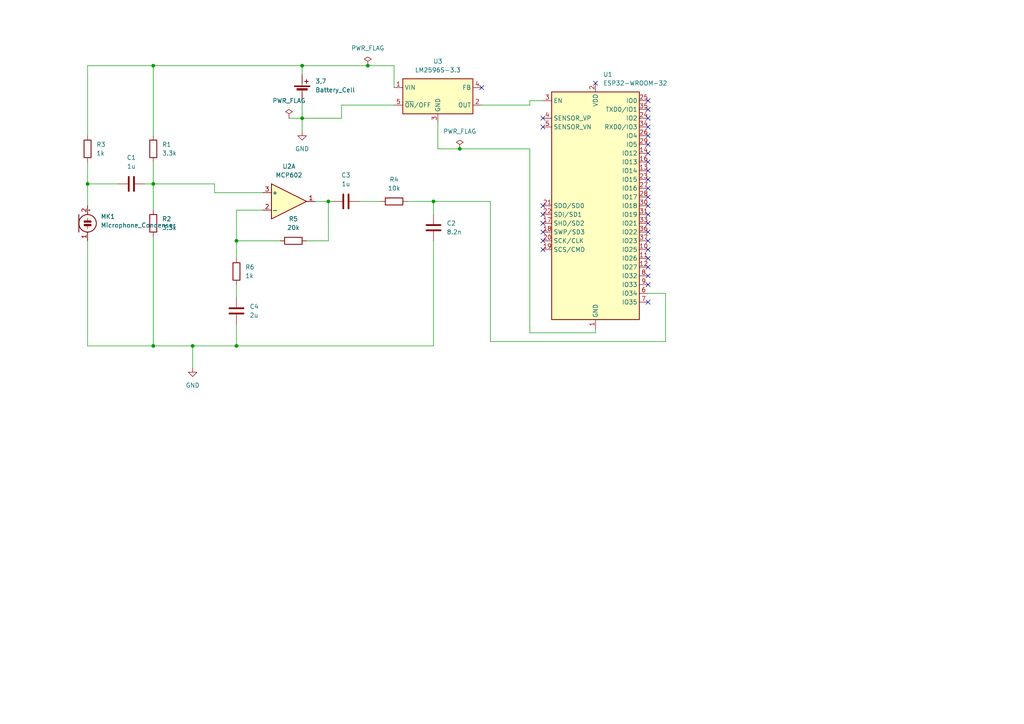
<source format=kicad_sch>
(kicad_sch (version 20230121) (generator eeschema)
  (paper "A4")
  (lib_symbols
    (symbol "Amplifier_Operational:MCP602" (pin_names (offset 0.127))
      (property "Reference" "U" (at 0 5.08 0))
      (property "Value" "MCP602" (at 0 -5.08 0))
      (symbol "MCP602_1_1"
        (polyline (pts (xy -5.08 5.08) (xy 5.08 0) (xy -5.08 -5.08) (xy -5.08 5.08)) (stroke (width 0.254)) (fill (type background)))
        (pin output line (at 7.62 0 180) (length 2.54) (name "~") (number "1"))
        (pin input line (at -7.62 -2.54 0) (length 2.54) (name "-") (number "2"))
        (pin input line (at -7.62 2.54 0) (length 2.54) (name "+") (number "3"))
      )
      (symbol "MCP602_2_1"
        (polyline (pts (xy -5.08 5.08) (xy 5.08 0) (xy -5.08 -5.08) (xy -5.08 5.08)) (stroke (width 0.254)) (fill (type background)))
        (pin input line (at -7.62 2.54 0) (length 2.54) (name "+") (number "5"))
        (pin input line (at -7.62 -2.54 0) (length 2.54) (name "-") (number "6"))
        (pin output line (at 7.62 0 180) (length 2.54) (name "~") (number "7"))
      )
      (symbol "MCP602_3_1"
        (pin power_in line (at -2.54 -7.62 90) (length 3.81) (name "V-") (number "4"))
        (pin power_in line (at -2.54 7.62 270) (length 3.81) (name "V+") (number "8"))
      )
    )
    (symbol "Device:Battery_Cell" (pin_numbers hide) (pin_names (offset 0) hide)
      (property "Reference" "BT" (at 2.54 2.54 0))
      (property "Value" "Battery_Cell" (at 2.54 0 0))
      (symbol "Battery_Cell_0_1"
        (rectangle (start -2.286 1.778) (end 2.286 1.524) (fill (type outline)))
        (rectangle (start -1.524 1.016) (end 1.524 0.508) (fill (type outline)))
        (polyline (pts (xy 0 0.762) (xy 0 0)))
        (polyline (pts (xy 0 1.778) (xy 0 2.54)))
        (polyline (pts (xy 0.762 3.048) (xy 1.778 3.048)) (stroke (width 0.254)))
        (polyline (pts (xy 1.27 3.556) (xy 1.27 2.54)) (stroke (width 0.254)))
      )
      (symbol "Battery_Cell_1_1"
        (pin passive line (at 0 5.08 270) (length 2.54) (name "+") (number "1"))
        (pin passive line (at 0 -2.54 90) (length 2.54) (name "-") (number "2"))
      )
    )
    (symbol "Device:C" (pin_numbers hide) (pin_names (offset 0.254))
      (property "Reference" "C" (at 0.635 2.54 0))
      (property "Value" "C" (at 0.635 -2.54 0))
      (symbol "C_0_1"
        (polyline (pts (xy -2.032 -0.762) (xy 2.032 -0.762)) (stroke (width 0.508)))
        (polyline (pts (xy -2.032 0.762) (xy 2.032 0.762)) (stroke (width 0.508)))
      )
      (symbol "C_1_1"
        (pin passive line (at 0 3.81 270) (length 2.794) (name "~") (number "1"))
        (pin passive line (at 0 -3.81 90) (length 2.794) (name "~") (number "2"))
      )
    )
    (symbol "Device:Microphone_Condenser" (pin_names (offset 0.0254) hide)
      (property "Reference" "MK" (at -3.302 1.27 0))
      (property "Value" "Microphone_Condenser" (at -3.302 -0.635 0))
      (symbol "Microphone_Condenser_0_1"
        (polyline (pts (xy -2.54 2.54) (xy -2.54 -2.54)) (stroke (width 0.254)))
        (polyline (pts (xy 0 -0.762) (xy 0 -1.524)))
        (polyline (pts (xy 0 0.762) (xy 0 1.524)))
        (polyline (pts (xy 0.254 3.81) (xy 0.762 3.81)))
        (polyline (pts (xy 0.508 4.064) (xy 0.508 3.556)))
        (circle (center 0 0) (radius 2.54) (stroke (width 0.254)))
        (rectangle (start 1.016 -0.254) (end -1.016 -0.762) (fill (type outline)))
        (rectangle (start 1.016 0.762) (end -1.016 0.254) (fill (type outline)))
      )
      (symbol "Microphone_Condenser_1_1"
        (pin passive line (at 0 -5.08 90) (length 2.54) (name "-") (number "1"))
        (pin passive line (at 0 5.08 270) (length 2.54) (name "+") (number "2"))
      )
    )
    (symbol "Device:R" (pin_numbers hide) (pin_names (offset 0))
      (property "Reference" "R" (at 2.032 0 90))
      (property "Value" "R" (at 0 0 90))
      (symbol "R_0_1"
        (rectangle (start -1.016 -2.54) (end 1.016 2.54) (stroke (width 0.254)))
      )
      (symbol "R_1_1"
        (pin passive line (at 0 3.81 270) (length 1.27) (name "~") (number "1"))
        (pin passive line (at 0 -3.81 90) (length 1.27) (name "~") (number "2"))
      )
    )
    (symbol "RF_Module:ESP32-WROOM-32"
      (property "Reference" "U" (at -12.7 34.29 0))
      (property "Value" "ESP32-WROOM-32" (at 1.27 34.29 0))
      (symbol "ESP32-WROOM-32_0_1"
        (rectangle (start -12.7 33.02) (end 12.7 -33.02) (stroke (width 0.254)) (fill (type background)))
      )
      (symbol "ESP32-WROOM-32_1_1"
        (pin power_in line (at 0 -35.56 90) (length 2.54) (name "GND") (number "1"))
        (pin bidirectional line (at 15.24 -12.7 180) (length 2.54) (name "IO25") (number "10"))
        (pin bidirectional line (at 15.24 -15.24 180) (length 2.54) (name "IO26") (number "11"))
        (pin bidirectional line (at 15.24 -17.78 180) (length 2.54) (name "IO27") (number "12"))
        (pin bidirectional line (at 15.24 10.16 180) (length 2.54) (name "IO14") (number "13"))
        (pin bidirectional line (at 15.24 15.24 180) (length 2.54) (name "IO12") (number "14"))
        (pin passive line (at 0 -35.56 90) (length 2.54) hide (name "GND") (number "15"))
        (pin bidirectional line (at 15.24 12.7 180) (length 2.54) (name "IO13") (number "16"))
        (pin bidirectional line (at -15.24 -5.08 0) (length 2.54) (name "SHD/SD2") (number "17"))
        (pin bidirectional line (at -15.24 -7.62 0) (length 2.54) (name "SWP/SD3") (number "18"))
        (pin bidirectional line (at -15.24 -12.7 0) (length 2.54) (name "SCS/CMD") (number "19"))
        (pin power_in line (at 0 35.56 270) (length 2.54) (name "VDD") (number "2"))
        (pin bidirectional line (at -15.24 -10.16 0) (length 2.54) (name "SCK/CLK") (number "20"))
        (pin bidirectional line (at -15.24 0 0) (length 2.54) (name "SDO/SD0") (number "21"))
        (pin bidirectional line (at -15.24 -2.54 0) (length 2.54) (name "SDI/SD1") (number "22"))
        (pin bidirectional line (at 15.24 7.62 180) (length 2.54) (name "IO15") (number "23"))
        (pin bidirectional line (at 15.24 25.4 180) (length 2.54) (name "IO2") (number "24"))
        (pin bidirectional line (at 15.24 30.48 180) (length 2.54) (name "IO0") (number "25"))
        (pin bidirectional line (at 15.24 20.32 180) (length 2.54) (name "IO4") (number "26"))
        (pin bidirectional line (at 15.24 5.08 180) (length 2.54) (name "IO16") (number "27"))
        (pin bidirectional line (at 15.24 2.54 180) (length 2.54) (name "IO17") (number "28"))
        (pin bidirectional line (at 15.24 17.78 180) (length 2.54) (name "IO5") (number "29"))
        (pin input line (at -15.24 30.48 0) (length 2.54) (name "EN") (number "3"))
        (pin bidirectional line (at 15.24 0 180) (length 2.54) (name "IO18") (number "30"))
        (pin bidirectional line (at 15.24 -2.54 180) (length 2.54) (name "IO19") (number "31"))
        (pin no_connect line (at -12.7 -27.94 0) (length 2.54) hide (name "NC") (number "32"))
        (pin bidirectional line (at 15.24 -5.08 180) (length 2.54) (name "IO21") (number "33"))
        (pin bidirectional line (at 15.24 22.86 180) (length 2.54) (name "RXD0/IO3") (number "34"))
        (pin bidirectional line (at 15.24 27.94 180) (length 2.54) (name "TXD0/IO1") (number "35"))
        (pin bidirectional line (at 15.24 -7.62 180) (length 2.54) (name "IO22") (number "36"))
        (pin bidirectional line (at 15.24 -10.16 180) (length 2.54) (name "IO23") (number "37"))
        (pin passive line (at 0 -35.56 90) (length 2.54) hide (name "GND") (number "38"))
        (pin passive line (at 0 -35.56 90) (length 2.54) hide (name "GND") (number "39"))
        (pin input line (at -15.24 25.4 0) (length 2.54) (name "SENSOR_VP") (number "4"))
        (pin input line (at -15.24 22.86 0) (length 2.54) (name "SENSOR_VN") (number "5"))
        (pin input line (at 15.24 -25.4 180) (length 2.54) (name "IO34") (number "6"))
        (pin input line (at 15.24 -27.94 180) (length 2.54) (name "IO35") (number "7"))
        (pin bidirectional line (at 15.24 -20.32 180) (length 2.54) (name "IO32") (number "8"))
        (pin bidirectional line (at 15.24 -22.86 180) (length 2.54) (name "IO33") (number "9"))
      )
    )
    (symbol "Regulator_Switching:LM2596S-3.3"
      (property "Reference" "U" (at -10.16 6.35 0))
      (property "Value" "LM2596S-3.3" (at 0 6.35 0))
      (symbol "LM2596S-3.3_0_1"
        (rectangle (start -10.16 5.08) (end 10.16 -5.08) (stroke (width 0.254)) (fill (type background)))
      )
      (symbol "LM2596S-3.3_1_1"
        (pin power_in line (at -12.7 2.54 0) (length 2.54) (name "VIN") (number "1"))
        (pin output line (at 12.7 -2.54 180) (length 2.54) (name "OUT") (number "2"))
        (pin power_in line (at 0 -7.62 90) (length 2.54) (name "GND") (number "3"))
        (pin input line (at 12.7 2.54 180) (length 2.54) (name "FB") (number "4"))
        (pin input line (at -12.7 -2.54 0) (length 2.54) (name "~{ON}/OFF") (number "5"))
      )
    )
    (symbol "power:GND" (power) (pin_names (offset 0))
      (property "Value" "GND" (at 0 -3.81 0))
      (symbol "GND_0_1"
        (polyline (pts (xy 0 0) (xy 0 -1.27) (xy 1.27 -1.27) (xy 0 -2.54) (xy -1.27 -1.27) (xy 0 -1.27)))
      )
      (symbol "GND_1_1"
        (pin power_in line (at 0 0 270) (length 0) hide (name "GND") (number "1"))
      )
    )
    (symbol "power:PWR_FLAG" (power) (pin_numbers hide) (pin_names (offset 0) hide)
      (property "Value" "PWR_FLAG" (at 0 3.81 0))
      (symbol "PWR_FLAG_0_0"
        (pin power_out line (at 0 0 90) (length 0) (name "pwr") (number "1"))
      )
      (symbol "PWR_FLAG_0_1"
        (polyline (pts (xy 0 0) (xy 0 1.27) (xy -1.016 1.905) (xy 0 2.54) (xy 1.016 1.905) (xy 0 1.27)))
      )
    )
  )
  (junction (at 68.58 69.85))
  (junction (at 95.25 58.42))
  (junction (at 87.63 19.05))
  (junction (at 68.58 100.33))
  (junction (at 44.45 19.05))
  (junction (at 125.73 58.42))
  (junction (at 87.63 34.29))
  (junction (at 133.35 43.18))
  (junction (at 55.88 100.33))
  (junction (at 25.4 53.34))
  (junction (at 44.45 100.33))
  (junction (at 106.68 19.05))
  (junction (at 44.45 53.34))
  (no_connect (at 187.96 57.15))
  (no_connect (at 157.48 36.83))
  (no_connect (at 187.96 54.61))
  (no_connect (at 187.96 64.77))
  (no_connect (at 157.48 62.23))
  (no_connect (at 187.96 36.83))
  (no_connect (at 187.96 82.55))
  (no_connect (at 187.96 34.29))
  (no_connect (at 187.96 77.47))
  (no_connect (at 187.96 69.85))
  (no_connect (at 187.96 46.99))
  (no_connect (at 187.96 41.91))
  (no_connect (at 187.96 44.45))
  (no_connect (at 187.96 39.37))
  (no_connect (at 157.48 59.69))
  (no_connect (at 139.7 25.4))
  (no_connect (at 157.48 72.39))
  (no_connect (at 187.96 31.75))
  (no_connect (at 187.96 29.21))
  (no_connect (at 187.96 74.93))
  (no_connect (at 157.48 69.85))
  (no_connect (at 187.96 67.31))
  (no_connect (at 187.96 80.01))
  (no_connect (at 187.96 62.23))
  (no_connect (at 187.96 52.07))
  (no_connect (at 157.48 34.29))
  (no_connect (at 187.96 49.53))
  (no_connect (at 157.48 64.77))
  (no_connect (at 187.96 87.63))
  (no_connect (at 157.48 67.31))
  (no_connect (at 172.72 24.13))
  (no_connect (at 187.96 72.39))
  (no_connect (at 187.96 59.69))
  (wire (pts (xy 25.4 100.33) (xy 44.45 100.33)))
  (wire (pts (xy 87.63 34.29) (xy 87.63 38.1)))
  (wire (pts (xy 153.67 96.52) (xy 172.72 96.52)))
  (wire (pts (xy 68.58 100.33) (xy 55.88 100.33)))
  (wire (pts (xy 125.73 100.33) (xy 68.58 100.33)))
  (wire (pts (xy 99.06 34.29) (xy 87.63 34.29)))
  (wire (pts (xy 153.67 43.18) (xy 153.67 96.52)))
  (wire (pts (xy 25.4 59.69) (xy 25.4 53.34)))
  (wire (pts (xy 25.4 19.05) (xy 44.45 19.05)))
  (wire (pts (xy 139.7 30.48) (xy 153.67 30.48)))
  (wire (pts (xy 44.45 53.34) (xy 44.45 60.96)))
  (wire (pts (xy 68.58 69.85) (xy 68.58 60.96)))
  (wire (pts (xy 193.04 85.09) (xy 193.04 99.06)))
  (wire (pts (xy 157.48 29.21) (xy 153.67 29.21)))
  (wire (pts (xy 125.73 58.42) (xy 125.73 62.23)))
  (wire (pts (xy 62.23 55.88) (xy 62.23 53.34)))
  (wire (pts (xy 91.44 58.42) (xy 95.25 58.42)))
  (wire (pts (xy 44.45 100.33) (xy 55.88 100.33)))
  (wire (pts (xy 68.58 74.93) (xy 68.58 69.85)))
  (wire (pts (xy 133.35 43.18) (xy 153.67 43.18)))
  (wire (pts (xy 25.4 19.05) (xy 25.4 39.37)))
  (wire (pts (xy 68.58 93.98) (xy 68.58 100.33)))
  (wire (pts (xy 87.63 19.05) (xy 106.68 19.05)))
  (wire (pts (xy 83.82 34.29) (xy 87.63 34.29)))
  (wire (pts (xy 44.45 19.05) (xy 87.63 19.05)))
  (wire (pts (xy 95.25 69.85) (xy 95.25 58.42)))
  (wire (pts (xy 187.96 85.09) (xy 193.04 85.09)))
  (wire (pts (xy 68.58 60.96) (xy 76.2 60.96)))
  (wire (pts (xy 127 35.56) (xy 127 43.18)))
  (wire (pts (xy 153.67 30.48) (xy 153.67 29.21)))
  (wire (pts (xy 44.45 46.99) (xy 44.45 53.34)))
  (wire (pts (xy 25.4 53.34) (xy 34.29 53.34)))
  (wire (pts (xy 55.88 100.33) (xy 55.88 106.68)))
  (wire (pts (xy 106.68 19.05) (xy 114.3 19.05)))
  (wire (pts (xy 68.58 82.55) (xy 68.58 86.36)))
  (wire (pts (xy 104.14 58.42) (xy 110.49 58.42)))
  (wire (pts (xy 114.3 30.48) (xy 99.06 30.48)))
  (wire (pts (xy 127 43.18) (xy 133.35 43.18)))
  (wire (pts (xy 44.45 39.37) (xy 44.45 19.05)))
  (wire (pts (xy 62.23 53.34) (xy 44.45 53.34)))
  (wire (pts (xy 142.24 58.42) (xy 125.73 58.42)))
  (wire (pts (xy 41.91 53.34) (xy 44.45 53.34)))
  (wire (pts (xy 125.73 69.85) (xy 125.73 100.33)))
  (wire (pts (xy 193.04 99.06) (xy 142.24 99.06)))
  (wire (pts (xy 25.4 100.33) (xy 25.4 69.85)))
  (wire (pts (xy 76.2 55.88) (xy 62.23 55.88)))
  (wire (pts (xy 88.9 69.85) (xy 95.25 69.85)))
  (wire (pts (xy 44.45 68.58) (xy 44.45 100.33)))
  (wire (pts (xy 114.3 19.05) (xy 114.3 25.4)))
  (wire (pts (xy 172.72 95.25) (xy 172.72 96.52)))
  (wire (pts (xy 118.11 58.42) (xy 125.73 58.42)))
  (wire (pts (xy 87.63 34.29) (xy 87.63 29.21)))
  (wire (pts (xy 95.25 58.42) (xy 96.52 58.42)))
  (wire (pts (xy 142.24 99.06) (xy 142.24 58.42)))
  (wire (pts (xy 25.4 53.34) (xy 25.4 46.99)))
  (wire (pts (xy 68.58 69.85) (xy 81.28 69.85)))
  (wire (pts (xy 99.06 30.48) (xy 99.06 34.29)))
  (wire (pts (xy 87.63 19.05) (xy 87.63 21.59)))
  (symbol (lib_id "power:GND") (at 55.88 106.68 0) (unit 1)
    (property "Reference" "#PWR01" (effects hide))
    (property "Value" "GND" (at 55.88 111.76 0))
  )
  (symbol (lib_id "power:GND") (at 87.63 38.1 0) (unit 1)
    (property "Reference" "#PWR02" (effects hide))
    (property "Value" "GND" (at 87.63 43.18 0))
  )
  (symbol (lib_id "Device:R") (at 44.45 64.77 0) (unit 1)
    (property "Reference" "R2" (at 46.99 63.5 0) (effects (justify left)))
    (property "Value" "3.3k" (at 46.99 66.04 0) (effects (justify left)))
    (property "Footprint" "Resistor_THT:R_Axial_DIN0309_L9.0mm_D3.2mm_P2.54mm_Vertical" (effects hide))
  )
  (symbol (lib_id "Amplifier_Operational:MCP602") (at 83.82 58.42 0) (unit 1)
    (property "Reference" "U2" (at 83.82 48.26 0))
    (property "Value" "MCP602" (at 83.82 50.8 0))
    (property "Footprint" "Package_SO:SOIC-8_3.9x4.9mm_P1.27mm" (effects hide))
    (property "Datasheet" "http://ww1.microchip.com/downloads/en/DeviceDoc/21314g.pdf" (effects hide))
  )
  (symbol (lib_id "power:PWR_FLAG") (at 133.35 43.18 0) (unit 1)
    (property "Reference" "#FLG01" (effects hide))
    (property "Value" "PWR_FLAG" (at 133.35 38.1 0))
  )
  (symbol (lib_id "power:PWR_FLAG") (at 83.82 34.29 0) (unit 1)
    (property "Reference" "#FLG02" (effects hide))
    (property "Value" "PWR_FLAG" (at 83.82 29.21 0))
  )
  (symbol (lib_id "Device:C") (at 38.1 53.34 270) (unit 1)
    (property "Reference" "C1" (at 38.1 45.72 90))
    (property "Value" "1u" (at 38.1 48.26 90))
    (property "Footprint" "Capacitor_THT:C_Disc_D3.0mm_W2.0mm_P2.50mm" (effects hide))
  )
  (symbol (lib_id "Regulator_Switching:LM2596S-3.3") (at 127 27.94 0) (unit 1)
    (property "Reference" "U3" (at 127 17.78 0))
    (property "Value" "LM2596S-3.3" (at 127 20.32 0))
    (property "Footprint" "Package_TO_SOT_SMD:TO-263-5_TabPin3" (effects hide))
    (property "Datasheet" "http://www.ti.com/lit/ds/symlink/lm2596.pdf" (effects hide))
  )
  (symbol (lib_id "Device:R") (at 68.58 78.74 0) (unit 1)
    (property "Reference" "R6" (at 71.12 77.47 0) (effects (justify left)))
    (property "Value" "1k" (at 71.12 80.01 0) (effects (justify left)))
    (property "Footprint" "Resistor_THT:R_Axial_DIN0309_L9.0mm_D3.2mm_P2.54mm_Vertical" (effects hide))
  )
  (symbol (lib_id "Device:C") (at 100.33 58.42 270) (unit 1)
    (property "Reference" "C3" (at 100.33 50.8 90))
    (property "Value" "1u" (at 100.33 53.34 90))
    (property "Footprint" "Capacitor_THT:C_Disc_D3.0mm_W2.0mm_P2.50mm" (effects hide))
  )
  (symbol (lib_id "Device:R") (at 25.4 43.18 0) (unit 1)
    (property "Reference" "R3" (at 27.94 41.91 0) (effects (justify left)))
    (property "Value" "1k" (at 27.94 44.45 0) (effects (justify left)))
    (property "Footprint" "Resistor_THT:R_Axial_DIN0309_L9.0mm_D3.2mm_P2.54mm_Vertical" (effects hide))
  )
  (symbol (lib_id "Device:C") (at 68.58 90.17 0) (unit 1)
    (property "Reference" "C4" (at 72.39 88.9 0) (effects (justify left)))
    (property "Value" "2u" (at 72.39 91.44 0) (effects (justify left)))
    (property "Footprint" "Capacitor_THT:C_Disc_D3.0mm_W2.0mm_P2.50mm" (effects hide))
  )
  (symbol (lib_id "Device:Microphone_Condenser") (at 25.4 64.77 0) (unit 1)
    (property "Reference" "MK1" (at 29.21 62.8015 0) (effects (justify left)))
    (property "Value" "Microphone_Condenser" (at 29.21 65.3415 0) (effects (justify left)))
    (property "Footprint" "Sensor_Audio:CUI_CMC-4013-SMT" (effects hide))
  )
  (symbol (lib_id "Device:R") (at 44.45 43.18 0) (unit 1)
    (property "Reference" "R1" (at 46.99 41.91 0) (effects (justify left)))
    (property "Value" "3.3k" (at 46.99 44.45 0) (effects (justify left)))
    (property "Footprint" "Resistor_THT:R_Axial_DIN0309_L9.0mm_D3.2mm_P25.40mm_Horizontal" (effects hide))
  )
  (symbol (lib_id "Device:C") (at 125.73 66.04 0) (unit 1)
    (property "Reference" "C2" (at 129.54 64.77 0) (effects (justify left)))
    (property "Value" "8.2n" (at 129.54 67.31 0) (effects (justify left)))
    (property "Footprint" "Capacitor_THT:C_Disc_D3.0mm_W2.0mm_P2.50mm" (effects hide))
  )
  (symbol (lib_id "Device:R") (at 85.09 69.85 90) (unit 1)
    (property "Reference" "R5" (at 85.09 63.5 90))
    (property "Value" "20k" (at 85.09 66.04 90))
    (property "Footprint" "Resistor_THT:R_Axial_DIN0309_L9.0mm_D3.2mm_P2.54mm_Vertical" (effects hide))
  )
  (symbol (lib_id "power:PWR_FLAG") (at 106.68 19.05 0) (unit 1)
    (property "Reference" "#FLG04" (effects hide))
    (property "Value" "PWR_FLAG" (at 106.68 13.97 0))
  )
  (symbol (lib_id "RF_Module:ESP32-WROOM-32") (at 172.72 59.69 0) (unit 1)
    (property "Reference" "U1" (at 174.9141 21.59 0) (effects (justify left)))
    (property "Value" "ESP32-WROOM-32" (at 174.9141 24.13 0) (effects (justify left)))
    (property "Footprint" "RF_Module:ESP32-WROOM-32" (effects hide))
    (property "Datasheet" "https://www.espressif.com/sites/default/files/documentation/esp32-wroom-32_datasheet_en.pdf" (effects hide))
  )
  (symbol (lib_id "Device:Battery_Cell") (at 87.63 26.67 0) (unit 1)
    (property "Reference" "3,7" (at 91.44 23.5585 0) (effects (justify left)))
    (property "Value" "Battery_Cell" (at 91.44 26.0985 0) (effects (justify left)))
    (property "Footprint" "Connector_JST:JST_JWPF_B02B-JWPF-SK-R_1x02_P2.00mm_Vertical" (effects hide))
  )
  (symbol (lib_id "Device:R") (at 114.3 58.42 270) (unit 1)
    (property "Reference" "R4" (at 114.3 52.07 90))
    (property "Value" "10k" (at 114.3 54.61 90))
    (property "Footprint" "Resistor_THT:R_Axial_DIN0309_L9.0mm_D3.2mm_P2.54mm_Vertical" (effects hide))
  )
)
</source>
